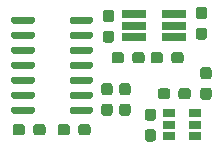
<source format=gbr>
%TF.GenerationSoftware,KiCad,Pcbnew,5.1.6-c6e7f7d~86~ubuntu18.04.1*%
%TF.CreationDate,2021-01-14T22:54:31-08:00*%
%TF.ProjectId,pmod_spdif,706d6f64-5f73-4706-9469-662e6b696361,rev?*%
%TF.SameCoordinates,Original*%
%TF.FileFunction,Paste,Top*%
%TF.FilePolarity,Positive*%
%FSLAX46Y46*%
G04 Gerber Fmt 4.6, Leading zero omitted, Abs format (unit mm)*
G04 Created by KiCad (PCBNEW 5.1.6-c6e7f7d~86~ubuntu18.04.1) date 2021-01-14 22:54:31*
%MOMM*%
%LPD*%
G01*
G04 APERTURE LIST*
%ADD10R,2.000000X0.650000*%
%ADD11R,1.060000X0.650000*%
G04 APERTURE END LIST*
%TO.C,C6*%
G36*
G01*
X158893500Y-60943000D02*
X159368500Y-60943000D01*
G75*
G02*
X159606000Y-61180500I0J-237500D01*
G01*
X159606000Y-61755500D01*
G75*
G02*
X159368500Y-61993000I-237500J0D01*
G01*
X158893500Y-61993000D01*
G75*
G02*
X158656000Y-61755500I0J237500D01*
G01*
X158656000Y-61180500D01*
G75*
G02*
X158893500Y-60943000I237500J0D01*
G01*
G37*
G36*
G01*
X158893500Y-59193000D02*
X159368500Y-59193000D01*
G75*
G02*
X159606000Y-59430500I0J-237500D01*
G01*
X159606000Y-60005500D01*
G75*
G02*
X159368500Y-60243000I-237500J0D01*
G01*
X158893500Y-60243000D01*
G75*
G02*
X158656000Y-60005500I0J237500D01*
G01*
X158656000Y-59430500D01*
G75*
G02*
X158893500Y-59193000I237500J0D01*
G01*
G37*
%TD*%
D10*
%TO.C,U2*%
X156464000Y-54742000D03*
X156464000Y-55692000D03*
X156464000Y-56642000D03*
X153044000Y-56642000D03*
X153044000Y-55692000D03*
X153044000Y-54742000D03*
%TD*%
D11*
%TO.C,U4*%
X156042000Y-64074000D03*
X156042000Y-65024000D03*
X156042000Y-63124000D03*
X158242000Y-63124000D03*
X158242000Y-64074000D03*
X158242000Y-65024000D03*
%TD*%
%TO.C,R5*%
G36*
G01*
X154669500Y-63771000D02*
X154194500Y-63771000D01*
G75*
G02*
X153957000Y-63533500I0J237500D01*
G01*
X153957000Y-62958500D01*
G75*
G02*
X154194500Y-62721000I237500J0D01*
G01*
X154669500Y-62721000D01*
G75*
G02*
X154907000Y-62958500I0J-237500D01*
G01*
X154907000Y-63533500D01*
G75*
G02*
X154669500Y-63771000I-237500J0D01*
G01*
G37*
G36*
G01*
X154669500Y-65521000D02*
X154194500Y-65521000D01*
G75*
G02*
X153957000Y-65283500I0J237500D01*
G01*
X153957000Y-64708500D01*
G75*
G02*
X154194500Y-64471000I237500J0D01*
G01*
X154669500Y-64471000D01*
G75*
G02*
X154907000Y-64708500I0J-237500D01*
G01*
X154907000Y-65283500D01*
G75*
G02*
X154669500Y-65521000I-237500J0D01*
G01*
G37*
%TD*%
%TO.C,R4*%
G36*
G01*
X156800000Y-61705500D02*
X156800000Y-61230500D01*
G75*
G02*
X157037500Y-60993000I237500J0D01*
G01*
X157612500Y-60993000D01*
G75*
G02*
X157850000Y-61230500I0J-237500D01*
G01*
X157850000Y-61705500D01*
G75*
G02*
X157612500Y-61943000I-237500J0D01*
G01*
X157037500Y-61943000D01*
G75*
G02*
X156800000Y-61705500I0J237500D01*
G01*
G37*
G36*
G01*
X155050000Y-61705500D02*
X155050000Y-61230500D01*
G75*
G02*
X155287500Y-60993000I237500J0D01*
G01*
X155862500Y-60993000D01*
G75*
G02*
X156100000Y-61230500I0J-237500D01*
G01*
X156100000Y-61705500D01*
G75*
G02*
X155862500Y-61943000I-237500J0D01*
G01*
X155287500Y-61943000D01*
G75*
G02*
X155050000Y-61705500I0J237500D01*
G01*
G37*
%TD*%
%TO.C,C5*%
G36*
G01*
X144509000Y-64753500D02*
X144509000Y-64278500D01*
G75*
G02*
X144746500Y-64041000I237500J0D01*
G01*
X145321500Y-64041000D01*
G75*
G02*
X145559000Y-64278500I0J-237500D01*
G01*
X145559000Y-64753500D01*
G75*
G02*
X145321500Y-64991000I-237500J0D01*
G01*
X144746500Y-64991000D01*
G75*
G02*
X144509000Y-64753500I0J237500D01*
G01*
G37*
G36*
G01*
X142759000Y-64753500D02*
X142759000Y-64278500D01*
G75*
G02*
X142996500Y-64041000I237500J0D01*
G01*
X143571500Y-64041000D01*
G75*
G02*
X143809000Y-64278500I0J-237500D01*
G01*
X143809000Y-64753500D01*
G75*
G02*
X143571500Y-64991000I-237500J0D01*
G01*
X142996500Y-64991000D01*
G75*
G02*
X142759000Y-64753500I0J237500D01*
G01*
G37*
%TD*%
%TO.C,U1*%
G36*
G01*
X144615000Y-62715000D02*
X144615000Y-63015000D01*
G75*
G02*
X144465000Y-63165000I-150000J0D01*
G01*
X142815000Y-63165000D01*
G75*
G02*
X142665000Y-63015000I0J150000D01*
G01*
X142665000Y-62715000D01*
G75*
G02*
X142815000Y-62565000I150000J0D01*
G01*
X144465000Y-62565000D01*
G75*
G02*
X144615000Y-62715000I0J-150000D01*
G01*
G37*
G36*
G01*
X144615000Y-61445000D02*
X144615000Y-61745000D01*
G75*
G02*
X144465000Y-61895000I-150000J0D01*
G01*
X142815000Y-61895000D01*
G75*
G02*
X142665000Y-61745000I0J150000D01*
G01*
X142665000Y-61445000D01*
G75*
G02*
X142815000Y-61295000I150000J0D01*
G01*
X144465000Y-61295000D01*
G75*
G02*
X144615000Y-61445000I0J-150000D01*
G01*
G37*
G36*
G01*
X144615000Y-60175000D02*
X144615000Y-60475000D01*
G75*
G02*
X144465000Y-60625000I-150000J0D01*
G01*
X142815000Y-60625000D01*
G75*
G02*
X142665000Y-60475000I0J150000D01*
G01*
X142665000Y-60175000D01*
G75*
G02*
X142815000Y-60025000I150000J0D01*
G01*
X144465000Y-60025000D01*
G75*
G02*
X144615000Y-60175000I0J-150000D01*
G01*
G37*
G36*
G01*
X144615000Y-58905000D02*
X144615000Y-59205000D01*
G75*
G02*
X144465000Y-59355000I-150000J0D01*
G01*
X142815000Y-59355000D01*
G75*
G02*
X142665000Y-59205000I0J150000D01*
G01*
X142665000Y-58905000D01*
G75*
G02*
X142815000Y-58755000I150000J0D01*
G01*
X144465000Y-58755000D01*
G75*
G02*
X144615000Y-58905000I0J-150000D01*
G01*
G37*
G36*
G01*
X144615000Y-57635000D02*
X144615000Y-57935000D01*
G75*
G02*
X144465000Y-58085000I-150000J0D01*
G01*
X142815000Y-58085000D01*
G75*
G02*
X142665000Y-57935000I0J150000D01*
G01*
X142665000Y-57635000D01*
G75*
G02*
X142815000Y-57485000I150000J0D01*
G01*
X144465000Y-57485000D01*
G75*
G02*
X144615000Y-57635000I0J-150000D01*
G01*
G37*
G36*
G01*
X144615000Y-56365000D02*
X144615000Y-56665000D01*
G75*
G02*
X144465000Y-56815000I-150000J0D01*
G01*
X142815000Y-56815000D01*
G75*
G02*
X142665000Y-56665000I0J150000D01*
G01*
X142665000Y-56365000D01*
G75*
G02*
X142815000Y-56215000I150000J0D01*
G01*
X144465000Y-56215000D01*
G75*
G02*
X144615000Y-56365000I0J-150000D01*
G01*
G37*
G36*
G01*
X144615000Y-55095000D02*
X144615000Y-55395000D01*
G75*
G02*
X144465000Y-55545000I-150000J0D01*
G01*
X142815000Y-55545000D01*
G75*
G02*
X142665000Y-55395000I0J150000D01*
G01*
X142665000Y-55095000D01*
G75*
G02*
X142815000Y-54945000I150000J0D01*
G01*
X144465000Y-54945000D01*
G75*
G02*
X144615000Y-55095000I0J-150000D01*
G01*
G37*
G36*
G01*
X149565000Y-55095000D02*
X149565000Y-55395000D01*
G75*
G02*
X149415000Y-55545000I-150000J0D01*
G01*
X147765000Y-55545000D01*
G75*
G02*
X147615000Y-55395000I0J150000D01*
G01*
X147615000Y-55095000D01*
G75*
G02*
X147765000Y-54945000I150000J0D01*
G01*
X149415000Y-54945000D01*
G75*
G02*
X149565000Y-55095000I0J-150000D01*
G01*
G37*
G36*
G01*
X149565000Y-56365000D02*
X149565000Y-56665000D01*
G75*
G02*
X149415000Y-56815000I-150000J0D01*
G01*
X147765000Y-56815000D01*
G75*
G02*
X147615000Y-56665000I0J150000D01*
G01*
X147615000Y-56365000D01*
G75*
G02*
X147765000Y-56215000I150000J0D01*
G01*
X149415000Y-56215000D01*
G75*
G02*
X149565000Y-56365000I0J-150000D01*
G01*
G37*
G36*
G01*
X149565000Y-57635000D02*
X149565000Y-57935000D01*
G75*
G02*
X149415000Y-58085000I-150000J0D01*
G01*
X147765000Y-58085000D01*
G75*
G02*
X147615000Y-57935000I0J150000D01*
G01*
X147615000Y-57635000D01*
G75*
G02*
X147765000Y-57485000I150000J0D01*
G01*
X149415000Y-57485000D01*
G75*
G02*
X149565000Y-57635000I0J-150000D01*
G01*
G37*
G36*
G01*
X149565000Y-58905000D02*
X149565000Y-59205000D01*
G75*
G02*
X149415000Y-59355000I-150000J0D01*
G01*
X147765000Y-59355000D01*
G75*
G02*
X147615000Y-59205000I0J150000D01*
G01*
X147615000Y-58905000D01*
G75*
G02*
X147765000Y-58755000I150000J0D01*
G01*
X149415000Y-58755000D01*
G75*
G02*
X149565000Y-58905000I0J-150000D01*
G01*
G37*
G36*
G01*
X149565000Y-60175000D02*
X149565000Y-60475000D01*
G75*
G02*
X149415000Y-60625000I-150000J0D01*
G01*
X147765000Y-60625000D01*
G75*
G02*
X147615000Y-60475000I0J150000D01*
G01*
X147615000Y-60175000D01*
G75*
G02*
X147765000Y-60025000I150000J0D01*
G01*
X149415000Y-60025000D01*
G75*
G02*
X149565000Y-60175000I0J-150000D01*
G01*
G37*
G36*
G01*
X149565000Y-61445000D02*
X149565000Y-61745000D01*
G75*
G02*
X149415000Y-61895000I-150000J0D01*
G01*
X147765000Y-61895000D01*
G75*
G02*
X147615000Y-61745000I0J150000D01*
G01*
X147615000Y-61445000D01*
G75*
G02*
X147765000Y-61295000I150000J0D01*
G01*
X149415000Y-61295000D01*
G75*
G02*
X149565000Y-61445000I0J-150000D01*
G01*
G37*
G36*
G01*
X149565000Y-62715000D02*
X149565000Y-63015000D01*
G75*
G02*
X149415000Y-63165000I-150000J0D01*
G01*
X147765000Y-63165000D01*
G75*
G02*
X147615000Y-63015000I0J150000D01*
G01*
X147615000Y-62715000D01*
G75*
G02*
X147765000Y-62565000I150000J0D01*
G01*
X149415000Y-62565000D01*
G75*
G02*
X149565000Y-62715000I0J-150000D01*
G01*
G37*
%TD*%
%TO.C,R3*%
G36*
G01*
X148319000Y-64753500D02*
X148319000Y-64278500D01*
G75*
G02*
X148556500Y-64041000I237500J0D01*
G01*
X149131500Y-64041000D01*
G75*
G02*
X149369000Y-64278500I0J-237500D01*
G01*
X149369000Y-64753500D01*
G75*
G02*
X149131500Y-64991000I-237500J0D01*
G01*
X148556500Y-64991000D01*
G75*
G02*
X148319000Y-64753500I0J237500D01*
G01*
G37*
G36*
G01*
X146569000Y-64753500D02*
X146569000Y-64278500D01*
G75*
G02*
X146806500Y-64041000I237500J0D01*
G01*
X147381500Y-64041000D01*
G75*
G02*
X147619000Y-64278500I0J-237500D01*
G01*
X147619000Y-64753500D01*
G75*
G02*
X147381500Y-64991000I-237500J0D01*
G01*
X146806500Y-64991000D01*
G75*
G02*
X146569000Y-64753500I0J237500D01*
G01*
G37*
%TD*%
%TO.C,R2*%
G36*
G01*
X150986500Y-61612000D02*
X150511500Y-61612000D01*
G75*
G02*
X150274000Y-61374500I0J237500D01*
G01*
X150274000Y-60799500D01*
G75*
G02*
X150511500Y-60562000I237500J0D01*
G01*
X150986500Y-60562000D01*
G75*
G02*
X151224000Y-60799500I0J-237500D01*
G01*
X151224000Y-61374500D01*
G75*
G02*
X150986500Y-61612000I-237500J0D01*
G01*
G37*
G36*
G01*
X150986500Y-63362000D02*
X150511500Y-63362000D01*
G75*
G02*
X150274000Y-63124500I0J237500D01*
G01*
X150274000Y-62549500D01*
G75*
G02*
X150511500Y-62312000I237500J0D01*
G01*
X150986500Y-62312000D01*
G75*
G02*
X151224000Y-62549500I0J-237500D01*
G01*
X151224000Y-63124500D01*
G75*
G02*
X150986500Y-63362000I-237500J0D01*
G01*
G37*
%TD*%
%TO.C,R1*%
G36*
G01*
X152191000Y-58182500D02*
X152191000Y-58657500D01*
G75*
G02*
X151953500Y-58895000I-237500J0D01*
G01*
X151378500Y-58895000D01*
G75*
G02*
X151141000Y-58657500I0J237500D01*
G01*
X151141000Y-58182500D01*
G75*
G02*
X151378500Y-57945000I237500J0D01*
G01*
X151953500Y-57945000D01*
G75*
G02*
X152191000Y-58182500I0J-237500D01*
G01*
G37*
G36*
G01*
X153941000Y-58182500D02*
X153941000Y-58657500D01*
G75*
G02*
X153703500Y-58895000I-237500J0D01*
G01*
X153128500Y-58895000D01*
G75*
G02*
X152891000Y-58657500I0J237500D01*
G01*
X152891000Y-58182500D01*
G75*
G02*
X153128500Y-57945000I237500J0D01*
G01*
X153703500Y-57945000D01*
G75*
G02*
X153941000Y-58182500I0J-237500D01*
G01*
G37*
%TD*%
%TO.C,C4*%
G36*
G01*
X150638500Y-56117000D02*
X151113500Y-56117000D01*
G75*
G02*
X151351000Y-56354500I0J-237500D01*
G01*
X151351000Y-56929500D01*
G75*
G02*
X151113500Y-57167000I-237500J0D01*
G01*
X150638500Y-57167000D01*
G75*
G02*
X150401000Y-56929500I0J237500D01*
G01*
X150401000Y-56354500D01*
G75*
G02*
X150638500Y-56117000I237500J0D01*
G01*
G37*
G36*
G01*
X150638500Y-54367000D02*
X151113500Y-54367000D01*
G75*
G02*
X151351000Y-54604500I0J-237500D01*
G01*
X151351000Y-55179500D01*
G75*
G02*
X151113500Y-55417000I-237500J0D01*
G01*
X150638500Y-55417000D01*
G75*
G02*
X150401000Y-55179500I0J237500D01*
G01*
X150401000Y-54604500D01*
G75*
G02*
X150638500Y-54367000I237500J0D01*
G01*
G37*
%TD*%
%TO.C,C3*%
G36*
G01*
X158512500Y-55863000D02*
X158987500Y-55863000D01*
G75*
G02*
X159225000Y-56100500I0J-237500D01*
G01*
X159225000Y-56675500D01*
G75*
G02*
X158987500Y-56913000I-237500J0D01*
G01*
X158512500Y-56913000D01*
G75*
G02*
X158275000Y-56675500I0J237500D01*
G01*
X158275000Y-56100500D01*
G75*
G02*
X158512500Y-55863000I237500J0D01*
G01*
G37*
G36*
G01*
X158512500Y-54113000D02*
X158987500Y-54113000D01*
G75*
G02*
X159225000Y-54350500I0J-237500D01*
G01*
X159225000Y-54925500D01*
G75*
G02*
X158987500Y-55163000I-237500J0D01*
G01*
X158512500Y-55163000D01*
G75*
G02*
X158275000Y-54925500I0J237500D01*
G01*
X158275000Y-54350500D01*
G75*
G02*
X158512500Y-54113000I237500J0D01*
G01*
G37*
%TD*%
%TO.C,C2*%
G36*
G01*
X152035500Y-62312000D02*
X152510500Y-62312000D01*
G75*
G02*
X152748000Y-62549500I0J-237500D01*
G01*
X152748000Y-63124500D01*
G75*
G02*
X152510500Y-63362000I-237500J0D01*
G01*
X152035500Y-63362000D01*
G75*
G02*
X151798000Y-63124500I0J237500D01*
G01*
X151798000Y-62549500D01*
G75*
G02*
X152035500Y-62312000I237500J0D01*
G01*
G37*
G36*
G01*
X152035500Y-60562000D02*
X152510500Y-60562000D01*
G75*
G02*
X152748000Y-60799500I0J-237500D01*
G01*
X152748000Y-61374500D01*
G75*
G02*
X152510500Y-61612000I-237500J0D01*
G01*
X152035500Y-61612000D01*
G75*
G02*
X151798000Y-61374500I0J237500D01*
G01*
X151798000Y-60799500D01*
G75*
G02*
X152035500Y-60562000I237500J0D01*
G01*
G37*
%TD*%
%TO.C,C1*%
G36*
G01*
X155493000Y-58182500D02*
X155493000Y-58657500D01*
G75*
G02*
X155255500Y-58895000I-237500J0D01*
G01*
X154680500Y-58895000D01*
G75*
G02*
X154443000Y-58657500I0J237500D01*
G01*
X154443000Y-58182500D01*
G75*
G02*
X154680500Y-57945000I237500J0D01*
G01*
X155255500Y-57945000D01*
G75*
G02*
X155493000Y-58182500I0J-237500D01*
G01*
G37*
G36*
G01*
X157243000Y-58182500D02*
X157243000Y-58657500D01*
G75*
G02*
X157005500Y-58895000I-237500J0D01*
G01*
X156430500Y-58895000D01*
G75*
G02*
X156193000Y-58657500I0J237500D01*
G01*
X156193000Y-58182500D01*
G75*
G02*
X156430500Y-57945000I237500J0D01*
G01*
X157005500Y-57945000D01*
G75*
G02*
X157243000Y-58182500I0J-237500D01*
G01*
G37*
%TD*%
M02*

</source>
